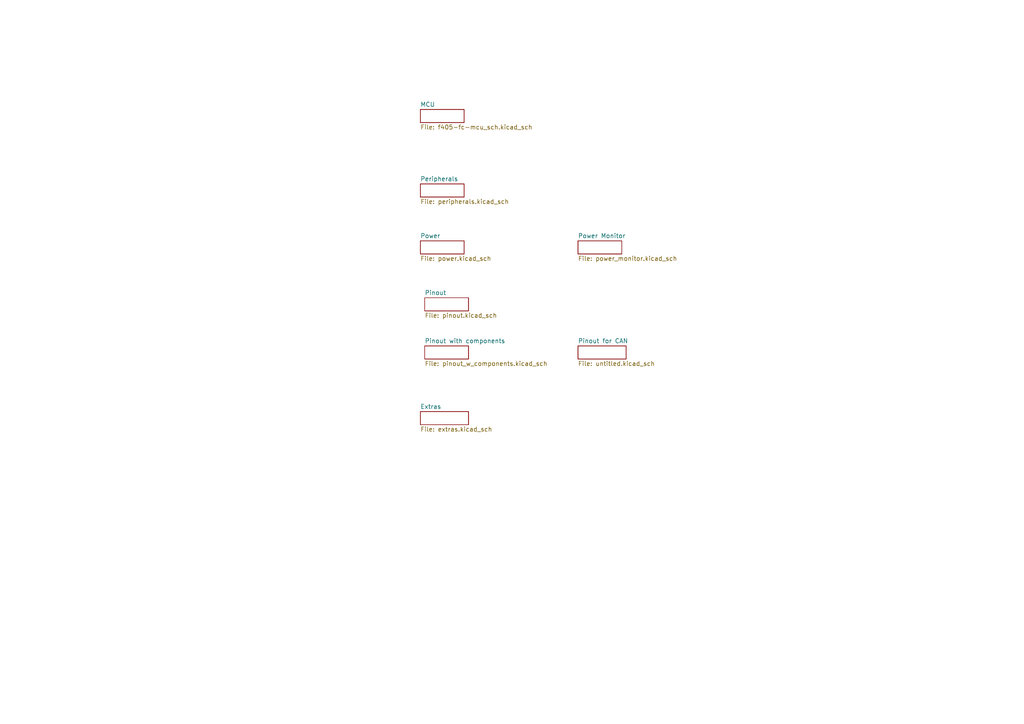
<source format=kicad_sch>
(kicad_sch
	(version 20231120)
	(generator "eeschema")
	(generator_version "8.0")
	(uuid "081b6834-111b-4762-b46a-30e0e37972ed")
	(paper "A4")
	(lib_symbols)
	(sheet
		(at 121.92 31.75)
		(size 12.7 3.81)
		(fields_autoplaced yes)
		(stroke
			(width 0.1524)
			(type solid)
		)
		(fill
			(color 0 0 0 0.0000)
		)
		(uuid "1019dc48-5bb9-42bb-a388-e689633fb2c2")
		(property "Sheetname" "MCU"
			(at 121.92 31.0384 0)
			(effects
				(font
					(size 1.27 1.27)
				)
				(justify left bottom)
			)
		)
		(property "Sheetfile" "f405-fc-mcu_sch.kicad_sch"
			(at 121.92 36.1446 0)
			(effects
				(font
					(size 1.27 1.27)
				)
				(justify left top)
			)
		)
		(instances
			(project "STMF765_Flight_Controller"
				(path "/081b6834-111b-4762-b46a-30e0e37972ed"
					(page "2")
				)
			)
		)
	)
	(sheet
		(at 167.64 69.85)
		(size 12.7 3.81)
		(fields_autoplaced yes)
		(stroke
			(width 0.1524)
			(type solid)
		)
		(fill
			(color 0 0 0 0.0000)
		)
		(uuid "39d8cef6-37d2-43ce-b220-2d4791532bef")
		(property "Sheetname" "Power Monitor"
			(at 167.64 69.1384 0)
			(effects
				(font
					(size 1.27 1.27)
				)
				(justify left bottom)
			)
		)
		(property "Sheetfile" "power_monitor.kicad_sch"
			(at 167.64 74.2446 0)
			(effects
				(font
					(size 1.27 1.27)
				)
				(justify left top)
			)
		)
		(instances
			(project "STMF765_Flight_Controller"
				(path "/081b6834-111b-4762-b46a-30e0e37972ed"
					(page "7")
				)
			)
		)
	)
	(sheet
		(at 123.19 86.36)
		(size 12.7 3.81)
		(fields_autoplaced yes)
		(stroke
			(width 0.1524)
			(type solid)
		)
		(fill
			(color 0 0 0 0.0000)
		)
		(uuid "76153728-af14-41aa-a10f-8724ab6d3ac7")
		(property "Sheetname" "Pinout"
			(at 123.19 85.6484 0)
			(effects
				(font
					(size 1.27 1.27)
				)
				(justify left bottom)
			)
		)
		(property "Sheetfile" "pinout.kicad_sch"
			(at 123.19 90.7546 0)
			(effects
				(font
					(size 1.27 1.27)
				)
				(justify left top)
			)
		)
		(instances
			(project "STMF765_Flight_Controller"
				(path "/081b6834-111b-4762-b46a-30e0e37972ed"
					(page "8")
				)
			)
		)
	)
	(sheet
		(at 123.19 100.33)
		(size 12.7 3.81)
		(fields_autoplaced yes)
		(stroke
			(width 0.1524)
			(type solid)
		)
		(fill
			(color 0 0 0 0.0000)
		)
		(uuid "7c76e8ac-775f-43e8-bf06-57d347549756")
		(property "Sheetname" "Pinout with components"
			(at 123.19 99.6184 0)
			(effects
				(font
					(size 1.27 1.27)
				)
				(justify left bottom)
			)
		)
		(property "Sheetfile" "pinout_w_components.kicad_sch"
			(at 123.19 104.7246 0)
			(effects
				(font
					(size 1.27 1.27)
				)
				(justify left top)
			)
		)
		(instances
			(project "STMF765_Flight_Controller"
				(path "/081b6834-111b-4762-b46a-30e0e37972ed"
					(page "5")
				)
			)
		)
	)
	(sheet
		(at 121.92 69.85)
		(size 12.7 3.81)
		(fields_autoplaced yes)
		(stroke
			(width 0.1524)
			(type solid)
		)
		(fill
			(color 0 0 0 0.0000)
		)
		(uuid "af6f369d-1fd8-41dc-866b-caa92cb69317")
		(property "Sheetname" "Power"
			(at 121.92 69.1384 0)
			(effects
				(font
					(size 1.27 1.27)
				)
				(justify left bottom)
			)
		)
		(property "Sheetfile" "power.kicad_sch"
			(at 121.92 74.2446 0)
			(effects
				(font
					(size 1.27 1.27)
				)
				(justify left top)
			)
		)
		(instances
			(project "STMF765_Flight_Controller"
				(path "/081b6834-111b-4762-b46a-30e0e37972ed"
					(page "4")
				)
			)
		)
	)
	(sheet
		(at 121.92 119.38)
		(size 13.97 3.81)
		(fields_autoplaced yes)
		(stroke
			(width 0.1524)
			(type solid)
		)
		(fill
			(color 0 0 0 0.0000)
		)
		(uuid "d35f4183-2795-4792-8227-02977bf9fe52")
		(property "Sheetname" "Extras"
			(at 121.92 118.6684 0)
			(effects
				(font
					(size 1.27 1.27)
				)
				(justify left bottom)
			)
		)
		(property "Sheetfile" "extras.kicad_sch"
			(at 121.92 123.7746 0)
			(effects
				(font
					(size 1.27 1.27)
				)
				(justify left top)
			)
		)
		(instances
			(project "STMF765_Flight_Controller"
				(path "/081b6834-111b-4762-b46a-30e0e37972ed"
					(page "9")
				)
			)
		)
	)
	(sheet
		(at 121.92 53.34)
		(size 12.7 3.81)
		(fields_autoplaced yes)
		(stroke
			(width 0.1524)
			(type solid)
		)
		(fill
			(color 0 0 0 0.0000)
		)
		(uuid "dcc3f7c4-80a1-4bbc-89df-0be29c9e2646")
		(property "Sheetname" "Peripherals"
			(at 121.92 52.6284 0)
			(effects
				(font
					(size 1.27 1.27)
				)
				(justify left bottom)
			)
		)
		(property "Sheetfile" "peripherals.kicad_sch"
			(at 121.92 57.7346 0)
			(effects
				(font
					(size 1.27 1.27)
				)
				(justify left top)
			)
		)
		(instances
			(project "STMF765_Flight_Controller"
				(path "/081b6834-111b-4762-b46a-30e0e37972ed"
					(page "3")
				)
			)
		)
	)
	(sheet
		(at 167.64 100.33)
		(size 13.97 3.81)
		(fields_autoplaced yes)
		(stroke
			(width 0.1524)
			(type solid)
		)
		(fill
			(color 0 0 0 0.0000)
		)
		(uuid "e1499d61-3a67-4bd4-a2dd-fb7b0f3cd405")
		(property "Sheetname" "Pinout for CAN"
			(at 167.64 99.6184 0)
			(effects
				(font
					(size 1.27 1.27)
				)
				(justify left bottom)
			)
		)
		(property "Sheetfile" "untitled.kicad_sch"
			(at 167.64 104.7246 0)
			(effects
				(font
					(size 1.27 1.27)
				)
				(justify left top)
			)
		)
		(instances
			(project "STMF765_Flight_Controller"
				(path "/081b6834-111b-4762-b46a-30e0e37972ed"
					(page "9")
				)
			)
		)
	)
	(sheet_instances
		(path "/"
			(page "1")
		)
	)
)

</source>
